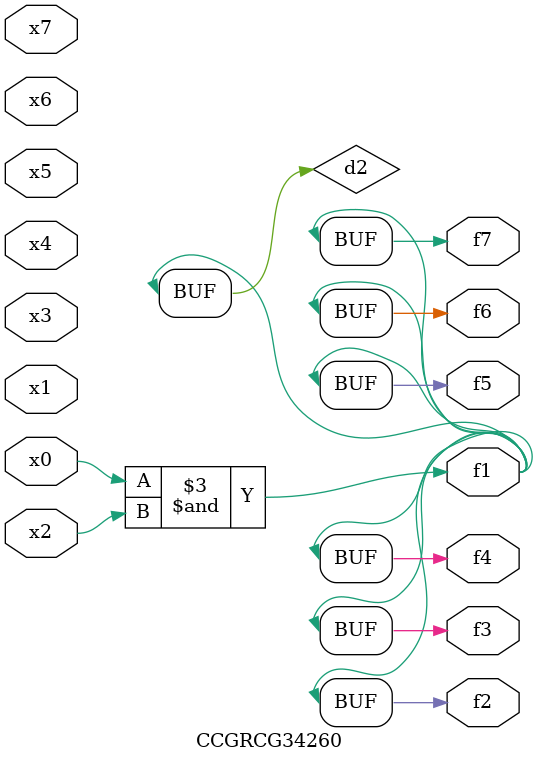
<source format=v>
module CCGRCG34260(
	input x0, x1, x2, x3, x4, x5, x6, x7,
	output f1, f2, f3, f4, f5, f6, f7
);

	wire d1, d2;

	nor (d1, x3, x6);
	and (d2, x0, x2);
	assign f1 = d2;
	assign f2 = d2;
	assign f3 = d2;
	assign f4 = d2;
	assign f5 = d2;
	assign f6 = d2;
	assign f7 = d2;
endmodule

</source>
